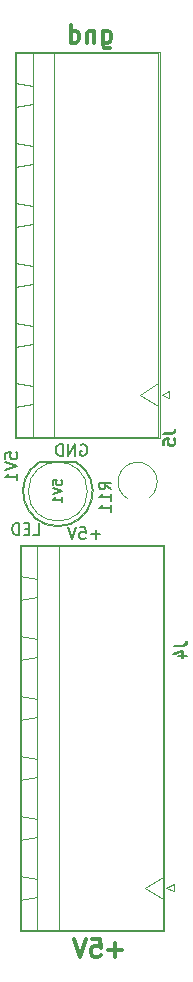
<source format=gbr>
%TF.GenerationSoftware,KiCad,Pcbnew,7.0.2*%
%TF.CreationDate,2025-05-12T08:16:42+01:00*%
%TF.ProjectId,PCB-POWER-DISTRO,5043422d-504f-4574-9552-2d4449535452,v0.0.2*%
%TF.SameCoordinates,Original*%
%TF.FileFunction,Legend,Bot*%
%TF.FilePolarity,Positive*%
%FSLAX46Y46*%
G04 Gerber Fmt 4.6, Leading zero omitted, Abs format (unit mm)*
G04 Created by KiCad (PCBNEW 7.0.2) date 2025-05-12 08:16:42*
%MOMM*%
%LPD*%
G01*
G04 APERTURE LIST*
%ADD10C,0.300000*%
%ADD11C,0.150000*%
%ADD12C,0.200000*%
%ADD13C,0.120000*%
%ADD14C,0.100000*%
G04 APERTURE END LIST*
D10*
X91396000Y-39463428D02*
X91396000Y-40677714D01*
X91396000Y-40677714D02*
X91467428Y-40820571D01*
X91467428Y-40820571D02*
X91538857Y-40892000D01*
X91538857Y-40892000D02*
X91681714Y-40963428D01*
X91681714Y-40963428D02*
X91896000Y-40963428D01*
X91896000Y-40963428D02*
X92038857Y-40892000D01*
X91396000Y-40392000D02*
X91538857Y-40463428D01*
X91538857Y-40463428D02*
X91824571Y-40463428D01*
X91824571Y-40463428D02*
X91967428Y-40392000D01*
X91967428Y-40392000D02*
X92038857Y-40320571D01*
X92038857Y-40320571D02*
X92110285Y-40177714D01*
X92110285Y-40177714D02*
X92110285Y-39749142D01*
X92110285Y-39749142D02*
X92038857Y-39606285D01*
X92038857Y-39606285D02*
X91967428Y-39534857D01*
X91967428Y-39534857D02*
X91824571Y-39463428D01*
X91824571Y-39463428D02*
X91538857Y-39463428D01*
X91538857Y-39463428D02*
X91396000Y-39534857D01*
X90681714Y-39463428D02*
X90681714Y-40463428D01*
X90681714Y-39606285D02*
X90610285Y-39534857D01*
X90610285Y-39534857D02*
X90467428Y-39463428D01*
X90467428Y-39463428D02*
X90253142Y-39463428D01*
X90253142Y-39463428D02*
X90110285Y-39534857D01*
X90110285Y-39534857D02*
X90038857Y-39677714D01*
X90038857Y-39677714D02*
X90038857Y-40463428D01*
X88681714Y-40463428D02*
X88681714Y-38963428D01*
X88681714Y-40392000D02*
X88824571Y-40463428D01*
X88824571Y-40463428D02*
X89110285Y-40463428D01*
X89110285Y-40463428D02*
X89253142Y-40392000D01*
X89253142Y-40392000D02*
X89324571Y-40320571D01*
X89324571Y-40320571D02*
X89395999Y-40177714D01*
X89395999Y-40177714D02*
X89395999Y-39749142D01*
X89395999Y-39749142D02*
X89324571Y-39606285D01*
X89324571Y-39606285D02*
X89253142Y-39534857D01*
X89253142Y-39534857D02*
X89110285Y-39463428D01*
X89110285Y-39463428D02*
X88824571Y-39463428D01*
X88824571Y-39463428D02*
X88681714Y-39534857D01*
X93019857Y-117300000D02*
X91877000Y-117300000D01*
X92448428Y-117871428D02*
X92448428Y-116728571D01*
X90448428Y-116371428D02*
X91162714Y-116371428D01*
X91162714Y-116371428D02*
X91234142Y-117085714D01*
X91234142Y-117085714D02*
X91162714Y-117014285D01*
X91162714Y-117014285D02*
X91019857Y-116942857D01*
X91019857Y-116942857D02*
X90662714Y-116942857D01*
X90662714Y-116942857D02*
X90519857Y-117014285D01*
X90519857Y-117014285D02*
X90448428Y-117085714D01*
X90448428Y-117085714D02*
X90376999Y-117228571D01*
X90376999Y-117228571D02*
X90376999Y-117585714D01*
X90376999Y-117585714D02*
X90448428Y-117728571D01*
X90448428Y-117728571D02*
X90519857Y-117800000D01*
X90519857Y-117800000D02*
X90662714Y-117871428D01*
X90662714Y-117871428D02*
X91019857Y-117871428D01*
X91019857Y-117871428D02*
X91162714Y-117800000D01*
X91162714Y-117800000D02*
X91234142Y-117728571D01*
X89948428Y-116371428D02*
X89448428Y-117871428D01*
X89448428Y-117871428D02*
X88948428Y-116371428D01*
D11*
%TO.C,R11*%
X92088619Y-78285142D02*
X91612428Y-77951809D01*
X92088619Y-77713714D02*
X91088619Y-77713714D01*
X91088619Y-77713714D02*
X91088619Y-78094666D01*
X91088619Y-78094666D02*
X91136238Y-78189904D01*
X91136238Y-78189904D02*
X91183857Y-78237523D01*
X91183857Y-78237523D02*
X91279095Y-78285142D01*
X91279095Y-78285142D02*
X91421952Y-78285142D01*
X91421952Y-78285142D02*
X91517190Y-78237523D01*
X91517190Y-78237523D02*
X91564809Y-78189904D01*
X91564809Y-78189904D02*
X91612428Y-78094666D01*
X91612428Y-78094666D02*
X91612428Y-77713714D01*
X92088619Y-79237523D02*
X92088619Y-78666095D01*
X92088619Y-78951809D02*
X91088619Y-78951809D01*
X91088619Y-78951809D02*
X91231476Y-78856571D01*
X91231476Y-78856571D02*
X91326714Y-78761333D01*
X91326714Y-78761333D02*
X91374333Y-78666095D01*
X92088619Y-80189904D02*
X92088619Y-79618476D01*
X92088619Y-79904190D02*
X91088619Y-79904190D01*
X91088619Y-79904190D02*
X91231476Y-79808952D01*
X91231476Y-79808952D02*
X91326714Y-79713714D01*
X91326714Y-79713714D02*
X91374333Y-79618476D01*
%TO.C,5V1*%
X83159619Y-75683333D02*
X83159619Y-75207143D01*
X83159619Y-75207143D02*
X83635809Y-75159524D01*
X83635809Y-75159524D02*
X83588190Y-75207143D01*
X83588190Y-75207143D02*
X83540571Y-75302381D01*
X83540571Y-75302381D02*
X83540571Y-75540476D01*
X83540571Y-75540476D02*
X83588190Y-75635714D01*
X83588190Y-75635714D02*
X83635809Y-75683333D01*
X83635809Y-75683333D02*
X83731047Y-75730952D01*
X83731047Y-75730952D02*
X83969142Y-75730952D01*
X83969142Y-75730952D02*
X84064380Y-75683333D01*
X84064380Y-75683333D02*
X84112000Y-75635714D01*
X84112000Y-75635714D02*
X84159619Y-75540476D01*
X84159619Y-75540476D02*
X84159619Y-75302381D01*
X84159619Y-75302381D02*
X84112000Y-75207143D01*
X84112000Y-75207143D02*
X84064380Y-75159524D01*
X83159619Y-76016667D02*
X84159619Y-76350000D01*
X84159619Y-76350000D02*
X83159619Y-76683333D01*
X84159619Y-77540476D02*
X84159619Y-76969048D01*
X84159619Y-77254762D02*
X83159619Y-77254762D01*
X83159619Y-77254762D02*
X83302476Y-77159524D01*
X83302476Y-77159524D02*
X83397714Y-77064286D01*
X83397714Y-77064286D02*
X83445333Y-76969048D01*
X85517857Y-82145619D02*
X85994047Y-82145619D01*
X85994047Y-82145619D02*
X85994047Y-81145619D01*
X85184523Y-81621809D02*
X84851190Y-81621809D01*
X84708333Y-82145619D02*
X85184523Y-82145619D01*
X85184523Y-82145619D02*
X85184523Y-81145619D01*
X85184523Y-81145619D02*
X84708333Y-81145619D01*
X84279761Y-82145619D02*
X84279761Y-81145619D01*
X84279761Y-81145619D02*
X84041666Y-81145619D01*
X84041666Y-81145619D02*
X83898809Y-81193238D01*
X83898809Y-81193238D02*
X83803571Y-81288476D01*
X83803571Y-81288476D02*
X83755952Y-81383714D01*
X83755952Y-81383714D02*
X83708333Y-81574190D01*
X83708333Y-81574190D02*
X83708333Y-81717047D01*
X83708333Y-81717047D02*
X83755952Y-81907523D01*
X83755952Y-81907523D02*
X83803571Y-82002761D01*
X83803571Y-82002761D02*
X83898809Y-82098000D01*
X83898809Y-82098000D02*
X84041666Y-82145619D01*
X84041666Y-82145619D02*
X84279761Y-82145619D01*
D12*
X87162095Y-77916666D02*
X87162095Y-77535714D01*
X87162095Y-77535714D02*
X87543047Y-77497618D01*
X87543047Y-77497618D02*
X87504952Y-77535714D01*
X87504952Y-77535714D02*
X87466857Y-77611904D01*
X87466857Y-77611904D02*
X87466857Y-77802380D01*
X87466857Y-77802380D02*
X87504952Y-77878571D01*
X87504952Y-77878571D02*
X87543047Y-77916666D01*
X87543047Y-77916666D02*
X87619238Y-77954761D01*
X87619238Y-77954761D02*
X87809714Y-77954761D01*
X87809714Y-77954761D02*
X87885904Y-77916666D01*
X87885904Y-77916666D02*
X87924000Y-77878571D01*
X87924000Y-77878571D02*
X87962095Y-77802380D01*
X87962095Y-77802380D02*
X87962095Y-77611904D01*
X87962095Y-77611904D02*
X87924000Y-77535714D01*
X87924000Y-77535714D02*
X87885904Y-77497618D01*
X87162095Y-78183333D02*
X87962095Y-78450000D01*
X87962095Y-78450000D02*
X87162095Y-78716666D01*
X87962095Y-79402380D02*
X87962095Y-78945237D01*
X87962095Y-79173809D02*
X87162095Y-79173809D01*
X87162095Y-79173809D02*
X87276380Y-79097618D01*
X87276380Y-79097618D02*
X87352571Y-79021428D01*
X87352571Y-79021428D02*
X87390666Y-78945237D01*
D11*
%TO.C,J5*%
X96501619Y-73602666D02*
X97215904Y-73602666D01*
X97215904Y-73602666D02*
X97358761Y-73555047D01*
X97358761Y-73555047D02*
X97454000Y-73459809D01*
X97454000Y-73459809D02*
X97501619Y-73316952D01*
X97501619Y-73316952D02*
X97501619Y-73221714D01*
X96501619Y-74555047D02*
X96501619Y-74078857D01*
X96501619Y-74078857D02*
X96977809Y-74031238D01*
X96977809Y-74031238D02*
X96930190Y-74078857D01*
X96930190Y-74078857D02*
X96882571Y-74174095D01*
X96882571Y-74174095D02*
X96882571Y-74412190D01*
X96882571Y-74412190D02*
X96930190Y-74507428D01*
X96930190Y-74507428D02*
X96977809Y-74555047D01*
X96977809Y-74555047D02*
X97073047Y-74602666D01*
X97073047Y-74602666D02*
X97311142Y-74602666D01*
X97311142Y-74602666D02*
X97406380Y-74555047D01*
X97406380Y-74555047D02*
X97454000Y-74507428D01*
X97454000Y-74507428D02*
X97501619Y-74412190D01*
X97501619Y-74412190D02*
X97501619Y-74174095D01*
X97501619Y-74174095D02*
X97454000Y-74078857D01*
X97454000Y-74078857D02*
X97406380Y-74031238D01*
X89511904Y-74506238D02*
X89607142Y-74458619D01*
X89607142Y-74458619D02*
X89749999Y-74458619D01*
X89749999Y-74458619D02*
X89892856Y-74506238D01*
X89892856Y-74506238D02*
X89988094Y-74601476D01*
X89988094Y-74601476D02*
X90035713Y-74696714D01*
X90035713Y-74696714D02*
X90083332Y-74887190D01*
X90083332Y-74887190D02*
X90083332Y-75030047D01*
X90083332Y-75030047D02*
X90035713Y-75220523D01*
X90035713Y-75220523D02*
X89988094Y-75315761D01*
X89988094Y-75315761D02*
X89892856Y-75411000D01*
X89892856Y-75411000D02*
X89749999Y-75458619D01*
X89749999Y-75458619D02*
X89654761Y-75458619D01*
X89654761Y-75458619D02*
X89511904Y-75411000D01*
X89511904Y-75411000D02*
X89464285Y-75363380D01*
X89464285Y-75363380D02*
X89464285Y-75030047D01*
X89464285Y-75030047D02*
X89654761Y-75030047D01*
X89035713Y-75458619D02*
X89035713Y-74458619D01*
X89035713Y-74458619D02*
X88464285Y-75458619D01*
X88464285Y-75458619D02*
X88464285Y-74458619D01*
X87988094Y-75458619D02*
X87988094Y-74458619D01*
X87988094Y-74458619D02*
X87749999Y-74458619D01*
X87749999Y-74458619D02*
X87607142Y-74506238D01*
X87607142Y-74506238D02*
X87511904Y-74601476D01*
X87511904Y-74601476D02*
X87464285Y-74696714D01*
X87464285Y-74696714D02*
X87416666Y-74887190D01*
X87416666Y-74887190D02*
X87416666Y-75030047D01*
X87416666Y-75030047D02*
X87464285Y-75220523D01*
X87464285Y-75220523D02*
X87511904Y-75315761D01*
X87511904Y-75315761D02*
X87607142Y-75411000D01*
X87607142Y-75411000D02*
X87749999Y-75458619D01*
X87749999Y-75458619D02*
X87988094Y-75458619D01*
X96549619Y-73554666D02*
X97263904Y-73554666D01*
X97263904Y-73554666D02*
X97406761Y-73507047D01*
X97406761Y-73507047D02*
X97502000Y-73411809D01*
X97502000Y-73411809D02*
X97549619Y-73268952D01*
X97549619Y-73268952D02*
X97549619Y-73173714D01*
X96549619Y-74507047D02*
X96549619Y-74030857D01*
X96549619Y-74030857D02*
X97025809Y-73983238D01*
X97025809Y-73983238D02*
X96978190Y-74030857D01*
X96978190Y-74030857D02*
X96930571Y-74126095D01*
X96930571Y-74126095D02*
X96930571Y-74364190D01*
X96930571Y-74364190D02*
X96978190Y-74459428D01*
X96978190Y-74459428D02*
X97025809Y-74507047D01*
X97025809Y-74507047D02*
X97121047Y-74554666D01*
X97121047Y-74554666D02*
X97359142Y-74554666D01*
X97359142Y-74554666D02*
X97454380Y-74507047D01*
X97454380Y-74507047D02*
X97502000Y-74459428D01*
X97502000Y-74459428D02*
X97549619Y-74364190D01*
X97549619Y-74364190D02*
X97549619Y-74126095D01*
X97549619Y-74126095D02*
X97502000Y-74030857D01*
X97502000Y-74030857D02*
X97454380Y-73983238D01*
%TO.C,J4*%
X97411119Y-91524666D02*
X98125404Y-91524666D01*
X98125404Y-91524666D02*
X98268261Y-91477047D01*
X98268261Y-91477047D02*
X98363500Y-91381809D01*
X98363500Y-91381809D02*
X98411119Y-91238952D01*
X98411119Y-91238952D02*
X98411119Y-91143714D01*
X97744452Y-92429428D02*
X98411119Y-92429428D01*
X97363500Y-92191333D02*
X98077785Y-91953238D01*
X98077785Y-91953238D02*
X98077785Y-92572285D01*
X91162213Y-82108666D02*
X90400309Y-82108666D01*
X90781261Y-82489619D02*
X90781261Y-81727714D01*
X89447928Y-81489619D02*
X89924118Y-81489619D01*
X89924118Y-81489619D02*
X89971737Y-81965809D01*
X89971737Y-81965809D02*
X89924118Y-81918190D01*
X89924118Y-81918190D02*
X89828880Y-81870571D01*
X89828880Y-81870571D02*
X89590785Y-81870571D01*
X89590785Y-81870571D02*
X89495547Y-81918190D01*
X89495547Y-81918190D02*
X89447928Y-81965809D01*
X89447928Y-81965809D02*
X89400309Y-82061047D01*
X89400309Y-82061047D02*
X89400309Y-82299142D01*
X89400309Y-82299142D02*
X89447928Y-82394380D01*
X89447928Y-82394380D02*
X89495547Y-82442000D01*
X89495547Y-82442000D02*
X89590785Y-82489619D01*
X89590785Y-82489619D02*
X89828880Y-82489619D01*
X89828880Y-82489619D02*
X89924118Y-82442000D01*
X89924118Y-82442000D02*
X89971737Y-82394380D01*
X89114594Y-81489619D02*
X88781261Y-82489619D01*
X88781261Y-82489619D02*
X88447928Y-81489619D01*
X97556119Y-91524666D02*
X98270404Y-91524666D01*
X98270404Y-91524666D02*
X98413261Y-91477047D01*
X98413261Y-91477047D02*
X98508500Y-91381809D01*
X98508500Y-91381809D02*
X98556119Y-91238952D01*
X98556119Y-91238952D02*
X98556119Y-91143714D01*
X97889452Y-92429428D02*
X98556119Y-92429428D01*
X97508500Y-92191333D02*
X98222785Y-91953238D01*
X98222785Y-91953238D02*
X98222785Y-92572285D01*
D13*
%TO.C,R11*%
X95317380Y-79002775D02*
G75*
G03*
X93546000Y-79111272I-971380J1344775D01*
G01*
%TO.C,5V1*%
X86047000Y-75910000D02*
X89137000Y-75910000D01*
D14*
X86122306Y-75970000D02*
X89061694Y-75970000D01*
D13*
X87591538Y-81459999D02*
G75*
G03*
X89136830Y-75910001I462J2989999D01*
G01*
D14*
X86122307Y-75970001D02*
G75*
G03*
X89061666Y-75969985I1469693J-2499999D01*
G01*
D13*
X86047170Y-75910000D02*
G75*
G03*
X87592462Y-81460000I1544830J-2560000D01*
G01*
D14*
X90092000Y-78470000D02*
G75*
G03*
X90092000Y-78470000I-2500000J0D01*
G01*
D13*
X90092000Y-78470000D02*
G75*
G03*
X90092000Y-78470000I-2500000J0D01*
G01*
%TO.C,J5*%
X83980000Y-73927000D02*
X83980000Y-41227000D01*
X85480000Y-73927000D02*
X87280000Y-73927000D01*
X87280000Y-73927000D02*
X87280000Y-41227000D01*
X96200000Y-73927000D02*
X83980000Y-73927000D01*
D14*
X84090000Y-73817000D02*
X84090000Y-41337000D01*
X96090000Y-73817000D02*
X84090000Y-73817000D01*
D13*
X83980000Y-71277000D02*
X83980000Y-69277000D01*
X85480000Y-71027000D02*
X83980000Y-71277000D01*
X97000000Y-70577000D02*
X97000000Y-69977000D01*
D14*
X94590000Y-70277000D02*
X96090000Y-71227000D01*
D13*
X96400000Y-70277000D02*
X97000000Y-70577000D01*
X97000000Y-69977000D02*
X96400000Y-70277000D01*
X85480000Y-69527000D02*
X85480000Y-71027000D01*
D14*
X96090000Y-69327000D02*
X94590000Y-70277000D01*
D13*
X83980000Y-69277000D02*
X85480000Y-69527000D01*
X83980000Y-66197000D02*
X83980000Y-64197000D01*
X85480000Y-65947000D02*
X83980000Y-66197000D01*
X85480000Y-64447000D02*
X85480000Y-65947000D01*
X83980000Y-64197000D02*
X85480000Y-64447000D01*
X83980000Y-61117000D02*
X83980000Y-59117000D01*
X85480000Y-60867000D02*
X83980000Y-61117000D01*
X85480000Y-59367000D02*
X85480000Y-60867000D01*
X83980000Y-59117000D02*
X85480000Y-59367000D01*
X83980000Y-56037000D02*
X83980000Y-54037000D01*
X85480000Y-55787000D02*
X83980000Y-56037000D01*
X85480000Y-54287000D02*
X85480000Y-55787000D01*
X83980000Y-54037000D02*
X85480000Y-54287000D01*
X83980000Y-50957000D02*
X83980000Y-48957000D01*
X85480000Y-50707000D02*
X83980000Y-50957000D01*
X85480000Y-49207000D02*
X85480000Y-50707000D01*
X83980000Y-48957000D02*
X85480000Y-49207000D01*
X83980000Y-45877000D02*
X83980000Y-43877000D01*
X85480000Y-45627000D02*
X83980000Y-45877000D01*
X85480000Y-44127000D02*
X85480000Y-45627000D01*
X83980000Y-43877000D02*
X85480000Y-44127000D01*
D14*
X84090000Y-41337000D02*
X96090000Y-41337000D01*
X96090000Y-41337000D02*
X96090000Y-73817000D01*
D13*
X83980000Y-41227000D02*
X96200000Y-41227000D01*
X85480000Y-41227000D02*
X85480000Y-73927000D01*
X87280000Y-41227000D02*
X85480000Y-41227000D01*
X96200000Y-41227000D02*
X96200000Y-73927000D01*
%TO.C,J4*%
X84365500Y-115674000D02*
X84365500Y-82974000D01*
X85865500Y-115674000D02*
X87665500Y-115674000D01*
X87665500Y-115674000D02*
X87665500Y-82974000D01*
X96585500Y-115674000D02*
X84365500Y-115674000D01*
D14*
X84475500Y-115564000D02*
X84475500Y-83084000D01*
X96475500Y-115564000D02*
X84475500Y-115564000D01*
D13*
X84365500Y-113024000D02*
X84365500Y-111024000D01*
X85865500Y-112774000D02*
X84365500Y-113024000D01*
X97385500Y-112324000D02*
X97385500Y-111724000D01*
D14*
X94975500Y-112024000D02*
X96475500Y-112974000D01*
D13*
X96785500Y-112024000D02*
X97385500Y-112324000D01*
X97385500Y-111724000D02*
X96785500Y-112024000D01*
X85865500Y-111274000D02*
X85865500Y-112774000D01*
D14*
X96475500Y-111074000D02*
X94975500Y-112024000D01*
D13*
X84365500Y-111024000D02*
X85865500Y-111274000D01*
X84365500Y-107944000D02*
X84365500Y-105944000D01*
X85865500Y-107694000D02*
X84365500Y-107944000D01*
X85865500Y-106194000D02*
X85865500Y-107694000D01*
X84365500Y-105944000D02*
X85865500Y-106194000D01*
X84365500Y-102864000D02*
X84365500Y-100864000D01*
X85865500Y-102614000D02*
X84365500Y-102864000D01*
X85865500Y-101114000D02*
X85865500Y-102614000D01*
X84365500Y-100864000D02*
X85865500Y-101114000D01*
X84365500Y-97784000D02*
X84365500Y-95784000D01*
X85865500Y-97534000D02*
X84365500Y-97784000D01*
X85865500Y-96034000D02*
X85865500Y-97534000D01*
X84365500Y-95784000D02*
X85865500Y-96034000D01*
X84365500Y-92704000D02*
X84365500Y-90704000D01*
X85865500Y-92454000D02*
X84365500Y-92704000D01*
X85865500Y-90954000D02*
X85865500Y-92454000D01*
X84365500Y-90704000D02*
X85865500Y-90954000D01*
X84365500Y-87624000D02*
X84365500Y-85624000D01*
X85865500Y-87374000D02*
X84365500Y-87624000D01*
X85865500Y-85874000D02*
X85865500Y-87374000D01*
X84365500Y-85624000D02*
X85865500Y-85874000D01*
D14*
X84475500Y-83084000D02*
X96475500Y-83084000D01*
X96475500Y-83084000D02*
X96475500Y-115564000D01*
D13*
X84365500Y-82974000D02*
X96585500Y-82974000D01*
X85865500Y-82974000D02*
X85865500Y-115674000D01*
X87665500Y-82974000D02*
X85865500Y-82974000D01*
X96585500Y-82974000D02*
X96585500Y-115674000D01*
%TD*%
M02*

</source>
